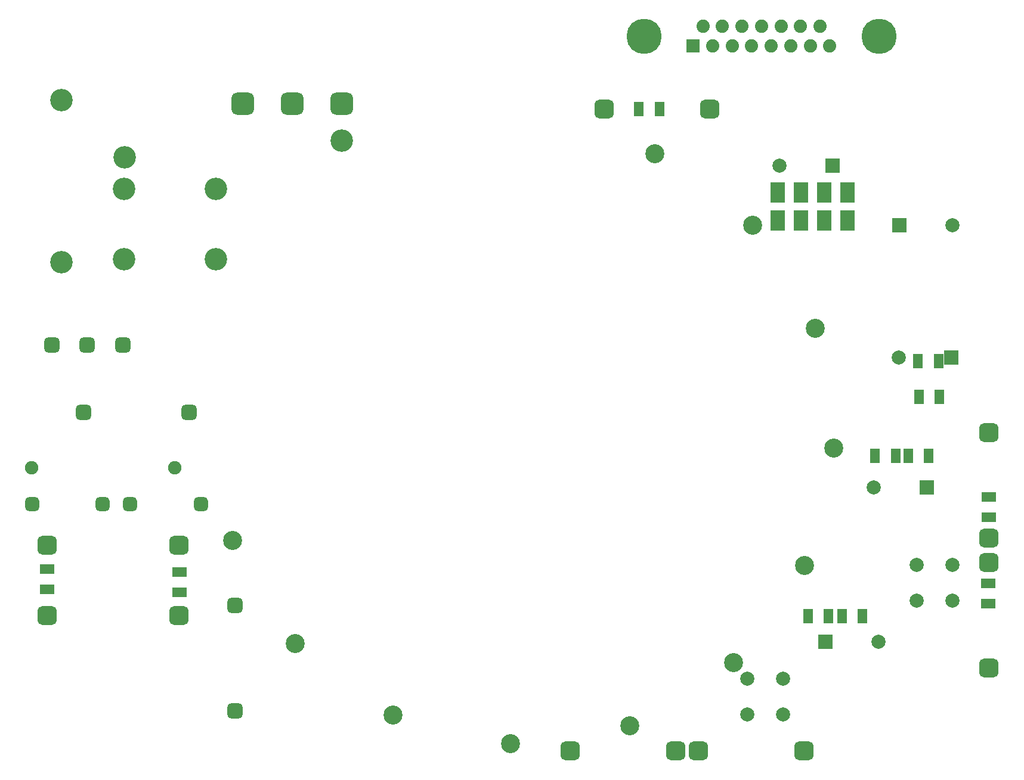
<source format=gbs>
G04*
G04 #@! TF.GenerationSoftware,Altium Limited,Altium Designer,22.4.2 (48)*
G04*
G04 Layer_Color=16711935*
%FSLAX25Y25*%
%MOIN*%
G70*
G04*
G04 #@! TF.SameCoordinates,21B0F98D-05E7-48EE-A56C-F6CDE9C69060*
G04*
G04*
G04 #@! TF.FilePolarity,Negative*
G04*
G01*
G75*
%ADD17R,0.07887X0.05328*%
%ADD18R,0.05328X0.07887*%
%ADD19C,0.12611*%
G04:AMPARAMS|DCode=20|XSize=86.74mil|YSize=86.74mil|CornerRadius=23.68mil|HoleSize=0mil|Usage=FLASHONLY|Rotation=180.000|XOffset=0mil|YOffset=0mil|HoleType=Round|Shape=RoundedRectangle|*
%AMROUNDEDRECTD20*
21,1,0.08674,0.03937,0,0,180.0*
21,1,0.03937,0.08674,0,0,180.0*
1,1,0.04737,-0.01968,0.01968*
1,1,0.04737,0.01968,0.01968*
1,1,0.04737,0.01968,-0.01968*
1,1,0.04737,-0.01968,-0.01968*
%
%ADD20ROUNDEDRECTD20*%
%ADD21C,0.19698*%
%ADD22C,0.07453*%
%ADD23R,0.07453X0.07453*%
G04:AMPARAMS|DCode=24|XSize=126.11mil|YSize=126.11mil|CornerRadius=33.53mil|HoleSize=0mil|Usage=FLASHONLY|Rotation=0.000|XOffset=0mil|YOffset=0mil|HoleType=Round|Shape=RoundedRectangle|*
%AMROUNDEDRECTD24*
21,1,0.12611,0.05906,0,0,0.0*
21,1,0.05906,0.12611,0,0,0.0*
1,1,0.06706,0.02953,-0.02953*
1,1,0.06706,-0.02953,-0.02953*
1,1,0.06706,-0.02953,0.02953*
1,1,0.06706,0.02953,0.02953*
%
%ADD24ROUNDEDRECTD24*%
%ADD25C,0.07887*%
%ADD26R,0.07887X0.07887*%
G04:AMPARAMS|DCode=27|XSize=106.42mil|YSize=106.42mil|CornerRadius=28.61mil|HoleSize=0mil|Usage=FLASHONLY|Rotation=180.000|XOffset=0mil|YOffset=0mil|HoleType=Round|Shape=RoundedRectangle|*
%AMROUNDEDRECTD27*
21,1,0.10642,0.04921,0,0,180.0*
21,1,0.04921,0.10642,0,0,180.0*
1,1,0.05721,-0.02461,0.02461*
1,1,0.05721,0.02461,0.02461*
1,1,0.05721,0.02461,-0.02461*
1,1,0.05721,-0.02461,-0.02461*
%
%ADD27ROUNDEDRECTD27*%
%ADD28C,0.10642*%
G04:AMPARAMS|DCode=29|XSize=106.42mil|YSize=106.42mil|CornerRadius=28.61mil|HoleSize=0mil|Usage=FLASHONLY|Rotation=90.000|XOffset=0mil|YOffset=0mil|HoleType=Round|Shape=RoundedRectangle|*
%AMROUNDEDRECTD29*
21,1,0.10642,0.04921,0,0,90.0*
21,1,0.04921,0.10642,0,0,90.0*
1,1,0.05721,0.02461,0.02461*
1,1,0.05721,0.02461,-0.02461*
1,1,0.05721,-0.02461,-0.02461*
1,1,0.05721,-0.02461,0.02461*
%
%ADD29ROUNDEDRECTD29*%
G04:AMPARAMS|DCode=30|XSize=86.74mil|YSize=86.74mil|CornerRadius=23.68mil|HoleSize=0mil|Usage=FLASHONLY|Rotation=90.000|XOffset=0mil|YOffset=0mil|HoleType=Round|Shape=RoundedRectangle|*
%AMROUNDEDRECTD30*
21,1,0.08674,0.03937,0,0,90.0*
21,1,0.03937,0.08674,0,0,90.0*
1,1,0.04737,0.01968,0.01968*
1,1,0.04737,0.01968,-0.01968*
1,1,0.04737,-0.01968,-0.01968*
1,1,0.04737,-0.01968,0.01968*
%
%ADD30ROUNDEDRECTD30*%
%ADD31C,0.07493*%
G04:AMPARAMS|DCode=32|XSize=78.87mil|YSize=78.87mil|CornerRadius=21.72mil|HoleSize=0mil|Usage=FLASHONLY|Rotation=180.000|XOffset=0mil|YOffset=0mil|HoleType=Round|Shape=RoundedRectangle|*
%AMROUNDEDRECTD32*
21,1,0.07887,0.03543,0,0,180.0*
21,1,0.03543,0.07887,0,0,180.0*
1,1,0.04343,-0.01772,0.01772*
1,1,0.04343,0.01772,0.01772*
1,1,0.04343,0.01772,-0.01772*
1,1,0.04343,-0.01772,-0.01772*
%
%ADD32ROUNDEDRECTD32*%
%ADD53R,0.08477X0.11233*%
D17*
X266500Y-63791D02*
D03*
Y-75209D02*
D03*
X266000Y-123709D02*
D03*
Y-112291D02*
D03*
X-186000Y-105791D02*
D03*
Y-117209D02*
D03*
X-260000Y-104291D02*
D03*
Y-115709D02*
D03*
D18*
X70791Y153000D02*
D03*
X82209D02*
D03*
X176709Y-130500D02*
D03*
X165291D02*
D03*
X195709D02*
D03*
X184291D02*
D03*
X202791Y-41000D02*
D03*
X214209D02*
D03*
X221291D02*
D03*
X232709D02*
D03*
X238709Y-8000D02*
D03*
X227291D02*
D03*
X226791Y12000D02*
D03*
X238209D02*
D03*
D19*
X-252000Y158051D02*
D03*
Y67500D02*
D03*
X-165819Y108500D02*
D03*
Y69130D02*
D03*
X-217000Y108500D02*
D03*
Y69130D02*
D03*
X-95441Y135559D02*
D03*
X-216500Y126000D02*
D03*
D20*
X-180500Y-16500D02*
D03*
X-239555D02*
D03*
X-217815Y21000D02*
D03*
X-237500D02*
D03*
X-257185D02*
D03*
D21*
X204874Y193910D02*
D03*
X73693D02*
D03*
D22*
X177453Y188319D02*
D03*
X172000Y199500D02*
D03*
X166547Y188319D02*
D03*
X161094Y199500D02*
D03*
X155642Y188319D02*
D03*
X150189Y199500D02*
D03*
X144736Y188319D02*
D03*
X139284Y199500D02*
D03*
X133831Y188319D02*
D03*
X128378Y199500D02*
D03*
X122925Y188319D02*
D03*
X117473Y199500D02*
D03*
X112020Y188319D02*
D03*
X106567Y199500D02*
D03*
D23*
X101114Y188319D02*
D03*
D24*
X-123000Y156000D02*
D03*
X-95441D02*
D03*
X-150559D02*
D03*
D25*
X149472Y121500D02*
D03*
X226000Y-102000D02*
D03*
X246000D02*
D03*
Y-122000D02*
D03*
X226000D02*
D03*
X215972Y14000D02*
D03*
X202000Y-58500D02*
D03*
X246000Y88000D02*
D03*
X204528Y-145000D02*
D03*
X151500Y-165500D02*
D03*
Y-185500D02*
D03*
X131500D02*
D03*
Y-165500D02*
D03*
D26*
X179000Y121500D02*
D03*
X245500Y14000D02*
D03*
X231528Y-58500D02*
D03*
X216472Y88000D02*
D03*
X175000Y-145000D02*
D03*
D27*
X-260000Y-130370D02*
D03*
Y-91000D02*
D03*
X-186181D02*
D03*
Y-130370D02*
D03*
X110500Y153000D02*
D03*
X51445Y153000D02*
D03*
X163055Y-206000D02*
D03*
X104000D02*
D03*
X91500D02*
D03*
X32445D02*
D03*
D28*
X-156281Y-88248D02*
D03*
X-121217Y-146031D02*
D03*
X-66710Y-185998D02*
D03*
X-1056Y-202063D02*
D03*
X65748Y-191781D02*
D03*
X123531Y-156717D02*
D03*
X163498Y-102209D02*
D03*
X179563Y-36556D02*
D03*
X169281Y30248D02*
D03*
X134217Y88031D02*
D03*
X79710Y127998D02*
D03*
D29*
X266500Y-28000D02*
D03*
Y-87055D02*
D03*
Y-100445D02*
D03*
Y-159500D02*
D03*
D30*
X-155000Y-124500D02*
D03*
Y-183555D02*
D03*
D31*
X-188500Y-47500D02*
D03*
X-268500D02*
D03*
D32*
X-268370Y-68000D02*
D03*
X-229000D02*
D03*
X-174130D02*
D03*
X-213500D02*
D03*
D53*
X174500Y106276D02*
D03*
Y90724D02*
D03*
X161500Y106276D02*
D03*
Y90724D02*
D03*
X187500D02*
D03*
Y106276D02*
D03*
X148500Y90724D02*
D03*
Y106276D02*
D03*
M02*

</source>
